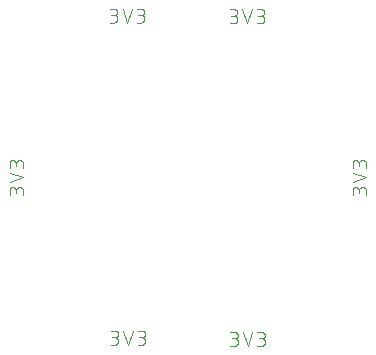
<source format=gbr>
G04 EAGLE Gerber RS-274X export*
G75*
%MOMM*%
%FSLAX34Y34*%
%LPD*%
%INSilkscreen Top*%
%IPPOS*%
%AMOC8*
5,1,8,0,0,1.08239X$1,22.5*%
G01*
%ADD10C,0.101600*%


D10*
X381518Y476726D02*
X384764Y476726D01*
X384877Y476728D01*
X384990Y476734D01*
X385103Y476744D01*
X385216Y476758D01*
X385328Y476775D01*
X385439Y476797D01*
X385549Y476822D01*
X385659Y476852D01*
X385767Y476885D01*
X385874Y476922D01*
X385980Y476962D01*
X386084Y477007D01*
X386187Y477055D01*
X386288Y477106D01*
X386387Y477161D01*
X386484Y477219D01*
X386579Y477281D01*
X386672Y477346D01*
X386762Y477414D01*
X386850Y477485D01*
X386936Y477560D01*
X387019Y477637D01*
X387099Y477717D01*
X387176Y477800D01*
X387251Y477886D01*
X387322Y477974D01*
X387390Y478064D01*
X387455Y478157D01*
X387517Y478252D01*
X387575Y478349D01*
X387630Y478448D01*
X387681Y478549D01*
X387729Y478652D01*
X387774Y478756D01*
X387814Y478862D01*
X387851Y478969D01*
X387884Y479077D01*
X387914Y479187D01*
X387939Y479297D01*
X387961Y479408D01*
X387978Y479520D01*
X387992Y479633D01*
X388002Y479746D01*
X388008Y479859D01*
X388010Y479972D01*
X388008Y480085D01*
X388002Y480198D01*
X387992Y480311D01*
X387978Y480424D01*
X387961Y480536D01*
X387939Y480647D01*
X387914Y480757D01*
X387884Y480867D01*
X387851Y480975D01*
X387814Y481082D01*
X387774Y481188D01*
X387729Y481292D01*
X387681Y481395D01*
X387630Y481496D01*
X387575Y481595D01*
X387517Y481692D01*
X387455Y481787D01*
X387390Y481880D01*
X387322Y481970D01*
X387251Y482058D01*
X387176Y482144D01*
X387099Y482227D01*
X387019Y482307D01*
X386936Y482384D01*
X386850Y482459D01*
X386762Y482530D01*
X386672Y482598D01*
X386579Y482663D01*
X386484Y482725D01*
X386387Y482783D01*
X386288Y482838D01*
X386187Y482889D01*
X386084Y482937D01*
X385980Y482982D01*
X385874Y483022D01*
X385767Y483059D01*
X385659Y483092D01*
X385549Y483122D01*
X385439Y483147D01*
X385328Y483169D01*
X385216Y483186D01*
X385103Y483200D01*
X384990Y483210D01*
X384877Y483216D01*
X384764Y483218D01*
X385413Y488410D02*
X381518Y488410D01*
X385413Y488410D02*
X385514Y488408D01*
X385614Y488402D01*
X385714Y488392D01*
X385814Y488379D01*
X385913Y488361D01*
X386012Y488340D01*
X386109Y488315D01*
X386206Y488286D01*
X386301Y488253D01*
X386395Y488217D01*
X386487Y488177D01*
X386578Y488134D01*
X386667Y488087D01*
X386754Y488037D01*
X386840Y487983D01*
X386923Y487926D01*
X387003Y487866D01*
X387082Y487803D01*
X387158Y487736D01*
X387231Y487667D01*
X387301Y487595D01*
X387369Y487521D01*
X387434Y487444D01*
X387495Y487364D01*
X387554Y487282D01*
X387609Y487198D01*
X387661Y487112D01*
X387710Y487024D01*
X387755Y486934D01*
X387797Y486842D01*
X387835Y486749D01*
X387869Y486654D01*
X387900Y486559D01*
X387927Y486462D01*
X387950Y486364D01*
X387970Y486265D01*
X387985Y486165D01*
X387997Y486065D01*
X388005Y485965D01*
X388009Y485864D01*
X388009Y485764D01*
X388005Y485663D01*
X387997Y485563D01*
X387985Y485463D01*
X387970Y485363D01*
X387950Y485264D01*
X387927Y485166D01*
X387900Y485069D01*
X387869Y484974D01*
X387835Y484879D01*
X387797Y484786D01*
X387755Y484694D01*
X387710Y484604D01*
X387661Y484516D01*
X387609Y484430D01*
X387554Y484346D01*
X387495Y484264D01*
X387434Y484184D01*
X387369Y484107D01*
X387301Y484033D01*
X387231Y483961D01*
X387158Y483892D01*
X387082Y483825D01*
X387003Y483762D01*
X386923Y483702D01*
X386840Y483645D01*
X386754Y483591D01*
X386667Y483541D01*
X386578Y483494D01*
X386487Y483451D01*
X386395Y483411D01*
X386301Y483375D01*
X386206Y483342D01*
X386109Y483313D01*
X386012Y483288D01*
X385913Y483267D01*
X385814Y483249D01*
X385714Y483236D01*
X385614Y483226D01*
X385514Y483220D01*
X385413Y483218D01*
X385413Y483217D02*
X382817Y483217D01*
X392299Y488410D02*
X396194Y476726D01*
X400089Y488410D01*
X404378Y476726D02*
X407624Y476726D01*
X407737Y476728D01*
X407850Y476734D01*
X407963Y476744D01*
X408076Y476758D01*
X408188Y476775D01*
X408299Y476797D01*
X408409Y476822D01*
X408519Y476852D01*
X408627Y476885D01*
X408734Y476922D01*
X408840Y476962D01*
X408944Y477007D01*
X409047Y477055D01*
X409148Y477106D01*
X409247Y477161D01*
X409344Y477219D01*
X409439Y477281D01*
X409532Y477346D01*
X409622Y477414D01*
X409710Y477485D01*
X409796Y477560D01*
X409879Y477637D01*
X409959Y477717D01*
X410036Y477800D01*
X410111Y477886D01*
X410182Y477974D01*
X410250Y478064D01*
X410315Y478157D01*
X410377Y478252D01*
X410435Y478349D01*
X410490Y478448D01*
X410541Y478549D01*
X410589Y478652D01*
X410634Y478756D01*
X410674Y478862D01*
X410711Y478969D01*
X410744Y479077D01*
X410774Y479187D01*
X410799Y479297D01*
X410821Y479408D01*
X410838Y479520D01*
X410852Y479633D01*
X410862Y479746D01*
X410868Y479859D01*
X410870Y479972D01*
X410868Y480085D01*
X410862Y480198D01*
X410852Y480311D01*
X410838Y480424D01*
X410821Y480536D01*
X410799Y480647D01*
X410774Y480757D01*
X410744Y480867D01*
X410711Y480975D01*
X410674Y481082D01*
X410634Y481188D01*
X410589Y481292D01*
X410541Y481395D01*
X410490Y481496D01*
X410435Y481595D01*
X410377Y481692D01*
X410315Y481787D01*
X410250Y481880D01*
X410182Y481970D01*
X410111Y482058D01*
X410036Y482144D01*
X409959Y482227D01*
X409879Y482307D01*
X409796Y482384D01*
X409710Y482459D01*
X409622Y482530D01*
X409532Y482598D01*
X409439Y482663D01*
X409344Y482725D01*
X409247Y482783D01*
X409148Y482838D01*
X409047Y482889D01*
X408944Y482937D01*
X408840Y482982D01*
X408734Y483022D01*
X408627Y483059D01*
X408519Y483092D01*
X408409Y483122D01*
X408299Y483147D01*
X408188Y483169D01*
X408076Y483186D01*
X407963Y483200D01*
X407850Y483210D01*
X407737Y483216D01*
X407624Y483218D01*
X408273Y488410D02*
X404378Y488410D01*
X408273Y488410D02*
X408374Y488408D01*
X408474Y488402D01*
X408574Y488392D01*
X408674Y488379D01*
X408773Y488361D01*
X408872Y488340D01*
X408969Y488315D01*
X409066Y488286D01*
X409161Y488253D01*
X409255Y488217D01*
X409347Y488177D01*
X409438Y488134D01*
X409527Y488087D01*
X409614Y488037D01*
X409700Y487983D01*
X409783Y487926D01*
X409863Y487866D01*
X409942Y487803D01*
X410018Y487736D01*
X410091Y487667D01*
X410161Y487595D01*
X410229Y487521D01*
X410294Y487444D01*
X410355Y487364D01*
X410414Y487282D01*
X410469Y487198D01*
X410521Y487112D01*
X410570Y487024D01*
X410615Y486934D01*
X410657Y486842D01*
X410695Y486749D01*
X410729Y486654D01*
X410760Y486559D01*
X410787Y486462D01*
X410810Y486364D01*
X410830Y486265D01*
X410845Y486165D01*
X410857Y486065D01*
X410865Y485965D01*
X410869Y485864D01*
X410869Y485764D01*
X410865Y485663D01*
X410857Y485563D01*
X410845Y485463D01*
X410830Y485363D01*
X410810Y485264D01*
X410787Y485166D01*
X410760Y485069D01*
X410729Y484974D01*
X410695Y484879D01*
X410657Y484786D01*
X410615Y484694D01*
X410570Y484604D01*
X410521Y484516D01*
X410469Y484430D01*
X410414Y484346D01*
X410355Y484264D01*
X410294Y484184D01*
X410229Y484107D01*
X410161Y484033D01*
X410091Y483961D01*
X410018Y483892D01*
X409942Y483825D01*
X409863Y483762D01*
X409783Y483702D01*
X409700Y483645D01*
X409614Y483591D01*
X409527Y483541D01*
X409438Y483494D01*
X409347Y483451D01*
X409255Y483411D01*
X409161Y483375D01*
X409066Y483342D01*
X408969Y483313D01*
X408872Y483288D01*
X408773Y483267D01*
X408674Y483249D01*
X408574Y483236D01*
X408474Y483226D01*
X408374Y483220D01*
X408273Y483218D01*
X408273Y483217D02*
X405677Y483217D01*
X497242Y334770D02*
X497242Y331524D01*
X497242Y334770D02*
X497240Y334883D01*
X497234Y334996D01*
X497224Y335109D01*
X497210Y335222D01*
X497193Y335334D01*
X497171Y335445D01*
X497146Y335555D01*
X497116Y335665D01*
X497083Y335773D01*
X497046Y335880D01*
X497006Y335986D01*
X496961Y336090D01*
X496913Y336193D01*
X496862Y336294D01*
X496807Y336393D01*
X496749Y336490D01*
X496687Y336585D01*
X496622Y336678D01*
X496554Y336768D01*
X496483Y336856D01*
X496408Y336942D01*
X496331Y337025D01*
X496251Y337105D01*
X496168Y337182D01*
X496082Y337257D01*
X495994Y337328D01*
X495904Y337396D01*
X495811Y337461D01*
X495716Y337523D01*
X495619Y337581D01*
X495520Y337636D01*
X495419Y337687D01*
X495316Y337735D01*
X495212Y337780D01*
X495106Y337820D01*
X494999Y337857D01*
X494891Y337890D01*
X494781Y337920D01*
X494671Y337945D01*
X494560Y337967D01*
X494448Y337984D01*
X494335Y337998D01*
X494222Y338008D01*
X494109Y338014D01*
X493996Y338016D01*
X493883Y338014D01*
X493770Y338008D01*
X493657Y337998D01*
X493544Y337984D01*
X493432Y337967D01*
X493321Y337945D01*
X493211Y337920D01*
X493101Y337890D01*
X492993Y337857D01*
X492886Y337820D01*
X492780Y337780D01*
X492676Y337735D01*
X492573Y337687D01*
X492472Y337636D01*
X492373Y337581D01*
X492276Y337523D01*
X492181Y337461D01*
X492088Y337396D01*
X491998Y337328D01*
X491910Y337257D01*
X491824Y337182D01*
X491741Y337105D01*
X491661Y337025D01*
X491584Y336942D01*
X491509Y336856D01*
X491438Y336768D01*
X491370Y336678D01*
X491305Y336585D01*
X491243Y336490D01*
X491185Y336393D01*
X491130Y336294D01*
X491079Y336193D01*
X491031Y336090D01*
X490986Y335986D01*
X490946Y335880D01*
X490909Y335773D01*
X490876Y335665D01*
X490846Y335555D01*
X490821Y335445D01*
X490799Y335334D01*
X490782Y335222D01*
X490768Y335109D01*
X490758Y334996D01*
X490752Y334883D01*
X490750Y334770D01*
X485558Y335419D02*
X485558Y331524D01*
X485558Y335419D02*
X485560Y335520D01*
X485566Y335620D01*
X485576Y335720D01*
X485589Y335820D01*
X485607Y335919D01*
X485628Y336018D01*
X485653Y336115D01*
X485682Y336212D01*
X485715Y336307D01*
X485751Y336401D01*
X485791Y336493D01*
X485834Y336584D01*
X485881Y336673D01*
X485931Y336760D01*
X485985Y336846D01*
X486042Y336929D01*
X486102Y337009D01*
X486165Y337088D01*
X486232Y337164D01*
X486301Y337237D01*
X486373Y337307D01*
X486447Y337375D01*
X486524Y337440D01*
X486604Y337501D01*
X486686Y337560D01*
X486770Y337615D01*
X486856Y337667D01*
X486944Y337716D01*
X487034Y337761D01*
X487126Y337803D01*
X487219Y337841D01*
X487314Y337875D01*
X487409Y337906D01*
X487506Y337933D01*
X487604Y337956D01*
X487703Y337976D01*
X487803Y337991D01*
X487903Y338003D01*
X488003Y338011D01*
X488104Y338015D01*
X488204Y338015D01*
X488305Y338011D01*
X488405Y338003D01*
X488505Y337991D01*
X488605Y337976D01*
X488704Y337956D01*
X488802Y337933D01*
X488899Y337906D01*
X488994Y337875D01*
X489089Y337841D01*
X489182Y337803D01*
X489274Y337761D01*
X489364Y337716D01*
X489452Y337667D01*
X489538Y337615D01*
X489622Y337560D01*
X489704Y337501D01*
X489784Y337440D01*
X489861Y337375D01*
X489935Y337307D01*
X490007Y337237D01*
X490076Y337164D01*
X490143Y337088D01*
X490206Y337009D01*
X490266Y336929D01*
X490323Y336846D01*
X490377Y336760D01*
X490427Y336673D01*
X490474Y336584D01*
X490517Y336493D01*
X490557Y336401D01*
X490593Y336307D01*
X490626Y336212D01*
X490655Y336115D01*
X490680Y336018D01*
X490701Y335919D01*
X490719Y335820D01*
X490732Y335720D01*
X490742Y335620D01*
X490748Y335520D01*
X490750Y335419D01*
X490751Y335419D02*
X490751Y332823D01*
X485558Y342305D02*
X497242Y346200D01*
X485558Y350095D01*
X497242Y354384D02*
X497242Y357630D01*
X497240Y357743D01*
X497234Y357856D01*
X497224Y357969D01*
X497210Y358082D01*
X497193Y358194D01*
X497171Y358305D01*
X497146Y358415D01*
X497116Y358525D01*
X497083Y358633D01*
X497046Y358740D01*
X497006Y358846D01*
X496961Y358950D01*
X496913Y359053D01*
X496862Y359154D01*
X496807Y359253D01*
X496749Y359350D01*
X496687Y359445D01*
X496622Y359538D01*
X496554Y359628D01*
X496483Y359716D01*
X496408Y359802D01*
X496331Y359885D01*
X496251Y359965D01*
X496168Y360042D01*
X496082Y360117D01*
X495994Y360188D01*
X495904Y360256D01*
X495811Y360321D01*
X495716Y360383D01*
X495619Y360441D01*
X495520Y360496D01*
X495419Y360547D01*
X495316Y360595D01*
X495212Y360640D01*
X495106Y360680D01*
X494999Y360717D01*
X494891Y360750D01*
X494781Y360780D01*
X494671Y360805D01*
X494560Y360827D01*
X494448Y360844D01*
X494335Y360858D01*
X494222Y360868D01*
X494109Y360874D01*
X493996Y360876D01*
X493883Y360874D01*
X493770Y360868D01*
X493657Y360858D01*
X493544Y360844D01*
X493432Y360827D01*
X493321Y360805D01*
X493211Y360780D01*
X493101Y360750D01*
X492993Y360717D01*
X492886Y360680D01*
X492780Y360640D01*
X492676Y360595D01*
X492573Y360547D01*
X492472Y360496D01*
X492373Y360441D01*
X492276Y360383D01*
X492181Y360321D01*
X492088Y360256D01*
X491998Y360188D01*
X491910Y360117D01*
X491824Y360042D01*
X491741Y359965D01*
X491661Y359885D01*
X491584Y359802D01*
X491509Y359716D01*
X491438Y359628D01*
X491370Y359538D01*
X491305Y359445D01*
X491243Y359350D01*
X491185Y359253D01*
X491130Y359154D01*
X491079Y359053D01*
X491031Y358950D01*
X490986Y358846D01*
X490946Y358740D01*
X490909Y358633D01*
X490876Y358525D01*
X490846Y358415D01*
X490821Y358305D01*
X490799Y358194D01*
X490782Y358082D01*
X490768Y357969D01*
X490758Y357856D01*
X490752Y357743D01*
X490750Y357630D01*
X485558Y358279D02*
X485558Y354384D01*
X485558Y358279D02*
X485560Y358380D01*
X485566Y358480D01*
X485576Y358580D01*
X485589Y358680D01*
X485607Y358779D01*
X485628Y358878D01*
X485653Y358975D01*
X485682Y359072D01*
X485715Y359167D01*
X485751Y359261D01*
X485791Y359353D01*
X485834Y359444D01*
X485881Y359533D01*
X485931Y359620D01*
X485985Y359706D01*
X486042Y359789D01*
X486102Y359869D01*
X486165Y359948D01*
X486232Y360024D01*
X486301Y360097D01*
X486373Y360167D01*
X486447Y360235D01*
X486524Y360300D01*
X486604Y360361D01*
X486686Y360420D01*
X486770Y360475D01*
X486856Y360527D01*
X486944Y360576D01*
X487034Y360621D01*
X487126Y360663D01*
X487219Y360701D01*
X487314Y360735D01*
X487409Y360766D01*
X487506Y360793D01*
X487604Y360816D01*
X487703Y360836D01*
X487803Y360851D01*
X487903Y360863D01*
X488003Y360871D01*
X488104Y360875D01*
X488204Y360875D01*
X488305Y360871D01*
X488405Y360863D01*
X488505Y360851D01*
X488605Y360836D01*
X488704Y360816D01*
X488802Y360793D01*
X488899Y360766D01*
X488994Y360735D01*
X489089Y360701D01*
X489182Y360663D01*
X489274Y360621D01*
X489364Y360576D01*
X489452Y360527D01*
X489538Y360475D01*
X489622Y360420D01*
X489704Y360361D01*
X489784Y360300D01*
X489861Y360235D01*
X489935Y360167D01*
X490007Y360097D01*
X490076Y360024D01*
X490143Y359948D01*
X490206Y359869D01*
X490266Y359789D01*
X490323Y359706D01*
X490377Y359620D01*
X490427Y359533D01*
X490474Y359444D01*
X490517Y359353D01*
X490557Y359261D01*
X490593Y359167D01*
X490626Y359072D01*
X490655Y358975D01*
X490680Y358878D01*
X490701Y358779D01*
X490719Y358680D01*
X490732Y358580D01*
X490742Y358480D01*
X490748Y358380D01*
X490750Y358279D01*
X490751Y358279D02*
X490751Y355683D01*
X385272Y203482D02*
X382026Y203482D01*
X385272Y203482D02*
X385385Y203484D01*
X385498Y203490D01*
X385611Y203500D01*
X385724Y203514D01*
X385836Y203531D01*
X385947Y203553D01*
X386057Y203578D01*
X386167Y203608D01*
X386275Y203641D01*
X386382Y203678D01*
X386488Y203718D01*
X386592Y203763D01*
X386695Y203811D01*
X386796Y203862D01*
X386895Y203917D01*
X386992Y203975D01*
X387087Y204037D01*
X387180Y204102D01*
X387270Y204170D01*
X387358Y204241D01*
X387444Y204316D01*
X387527Y204393D01*
X387607Y204473D01*
X387684Y204556D01*
X387759Y204642D01*
X387830Y204730D01*
X387898Y204820D01*
X387963Y204913D01*
X388025Y205008D01*
X388083Y205105D01*
X388138Y205204D01*
X388189Y205305D01*
X388237Y205408D01*
X388282Y205512D01*
X388322Y205618D01*
X388359Y205725D01*
X388392Y205833D01*
X388422Y205943D01*
X388447Y206053D01*
X388469Y206164D01*
X388486Y206276D01*
X388500Y206389D01*
X388510Y206502D01*
X388516Y206615D01*
X388518Y206728D01*
X388516Y206841D01*
X388510Y206954D01*
X388500Y207067D01*
X388486Y207180D01*
X388469Y207292D01*
X388447Y207403D01*
X388422Y207513D01*
X388392Y207623D01*
X388359Y207731D01*
X388322Y207838D01*
X388282Y207944D01*
X388237Y208048D01*
X388189Y208151D01*
X388138Y208252D01*
X388083Y208351D01*
X388025Y208448D01*
X387963Y208543D01*
X387898Y208636D01*
X387830Y208726D01*
X387759Y208814D01*
X387684Y208900D01*
X387607Y208983D01*
X387527Y209063D01*
X387444Y209140D01*
X387358Y209215D01*
X387270Y209286D01*
X387180Y209354D01*
X387087Y209419D01*
X386992Y209481D01*
X386895Y209539D01*
X386796Y209594D01*
X386695Y209645D01*
X386592Y209693D01*
X386488Y209738D01*
X386382Y209778D01*
X386275Y209815D01*
X386167Y209848D01*
X386057Y209878D01*
X385947Y209903D01*
X385836Y209925D01*
X385724Y209942D01*
X385611Y209956D01*
X385498Y209966D01*
X385385Y209972D01*
X385272Y209974D01*
X385921Y215166D02*
X382026Y215166D01*
X385921Y215166D02*
X386022Y215164D01*
X386122Y215158D01*
X386222Y215148D01*
X386322Y215135D01*
X386421Y215117D01*
X386520Y215096D01*
X386617Y215071D01*
X386714Y215042D01*
X386809Y215009D01*
X386903Y214973D01*
X386995Y214933D01*
X387086Y214890D01*
X387175Y214843D01*
X387262Y214793D01*
X387348Y214739D01*
X387431Y214682D01*
X387511Y214622D01*
X387590Y214559D01*
X387666Y214492D01*
X387739Y214423D01*
X387809Y214351D01*
X387877Y214277D01*
X387942Y214200D01*
X388003Y214120D01*
X388062Y214038D01*
X388117Y213954D01*
X388169Y213868D01*
X388218Y213780D01*
X388263Y213690D01*
X388305Y213598D01*
X388343Y213505D01*
X388377Y213410D01*
X388408Y213315D01*
X388435Y213218D01*
X388458Y213120D01*
X388478Y213021D01*
X388493Y212921D01*
X388505Y212821D01*
X388513Y212721D01*
X388517Y212620D01*
X388517Y212520D01*
X388513Y212419D01*
X388505Y212319D01*
X388493Y212219D01*
X388478Y212119D01*
X388458Y212020D01*
X388435Y211922D01*
X388408Y211825D01*
X388377Y211730D01*
X388343Y211635D01*
X388305Y211542D01*
X388263Y211450D01*
X388218Y211360D01*
X388169Y211272D01*
X388117Y211186D01*
X388062Y211102D01*
X388003Y211020D01*
X387942Y210940D01*
X387877Y210863D01*
X387809Y210789D01*
X387739Y210717D01*
X387666Y210648D01*
X387590Y210581D01*
X387511Y210518D01*
X387431Y210458D01*
X387348Y210401D01*
X387262Y210347D01*
X387175Y210297D01*
X387086Y210250D01*
X386995Y210207D01*
X386903Y210167D01*
X386809Y210131D01*
X386714Y210098D01*
X386617Y210069D01*
X386520Y210044D01*
X386421Y210023D01*
X386322Y210005D01*
X386222Y209992D01*
X386122Y209982D01*
X386022Y209976D01*
X385921Y209974D01*
X385921Y209973D02*
X383325Y209973D01*
X392807Y215166D02*
X396702Y203482D01*
X400597Y215166D01*
X404886Y203482D02*
X408132Y203482D01*
X408245Y203484D01*
X408358Y203490D01*
X408471Y203500D01*
X408584Y203514D01*
X408696Y203531D01*
X408807Y203553D01*
X408917Y203578D01*
X409027Y203608D01*
X409135Y203641D01*
X409242Y203678D01*
X409348Y203718D01*
X409452Y203763D01*
X409555Y203811D01*
X409656Y203862D01*
X409755Y203917D01*
X409852Y203975D01*
X409947Y204037D01*
X410040Y204102D01*
X410130Y204170D01*
X410218Y204241D01*
X410304Y204316D01*
X410387Y204393D01*
X410467Y204473D01*
X410544Y204556D01*
X410619Y204642D01*
X410690Y204730D01*
X410758Y204820D01*
X410823Y204913D01*
X410885Y205008D01*
X410943Y205105D01*
X410998Y205204D01*
X411049Y205305D01*
X411097Y205408D01*
X411142Y205512D01*
X411182Y205618D01*
X411219Y205725D01*
X411252Y205833D01*
X411282Y205943D01*
X411307Y206053D01*
X411329Y206164D01*
X411346Y206276D01*
X411360Y206389D01*
X411370Y206502D01*
X411376Y206615D01*
X411378Y206728D01*
X411376Y206841D01*
X411370Y206954D01*
X411360Y207067D01*
X411346Y207180D01*
X411329Y207292D01*
X411307Y207403D01*
X411282Y207513D01*
X411252Y207623D01*
X411219Y207731D01*
X411182Y207838D01*
X411142Y207944D01*
X411097Y208048D01*
X411049Y208151D01*
X410998Y208252D01*
X410943Y208351D01*
X410885Y208448D01*
X410823Y208543D01*
X410758Y208636D01*
X410690Y208726D01*
X410619Y208814D01*
X410544Y208900D01*
X410467Y208983D01*
X410387Y209063D01*
X410304Y209140D01*
X410218Y209215D01*
X410130Y209286D01*
X410040Y209354D01*
X409947Y209419D01*
X409852Y209481D01*
X409755Y209539D01*
X409656Y209594D01*
X409555Y209645D01*
X409452Y209693D01*
X409348Y209738D01*
X409242Y209778D01*
X409135Y209815D01*
X409027Y209848D01*
X408917Y209878D01*
X408807Y209903D01*
X408696Y209925D01*
X408584Y209942D01*
X408471Y209956D01*
X408358Y209966D01*
X408245Y209972D01*
X408132Y209974D01*
X408781Y215166D02*
X404886Y215166D01*
X408781Y215166D02*
X408882Y215164D01*
X408982Y215158D01*
X409082Y215148D01*
X409182Y215135D01*
X409281Y215117D01*
X409380Y215096D01*
X409477Y215071D01*
X409574Y215042D01*
X409669Y215009D01*
X409763Y214973D01*
X409855Y214933D01*
X409946Y214890D01*
X410035Y214843D01*
X410122Y214793D01*
X410208Y214739D01*
X410291Y214682D01*
X410371Y214622D01*
X410450Y214559D01*
X410526Y214492D01*
X410599Y214423D01*
X410669Y214351D01*
X410737Y214277D01*
X410802Y214200D01*
X410863Y214120D01*
X410922Y214038D01*
X410977Y213954D01*
X411029Y213868D01*
X411078Y213780D01*
X411123Y213690D01*
X411165Y213598D01*
X411203Y213505D01*
X411237Y213410D01*
X411268Y213315D01*
X411295Y213218D01*
X411318Y213120D01*
X411338Y213021D01*
X411353Y212921D01*
X411365Y212821D01*
X411373Y212721D01*
X411377Y212620D01*
X411377Y212520D01*
X411373Y212419D01*
X411365Y212319D01*
X411353Y212219D01*
X411338Y212119D01*
X411318Y212020D01*
X411295Y211922D01*
X411268Y211825D01*
X411237Y211730D01*
X411203Y211635D01*
X411165Y211542D01*
X411123Y211450D01*
X411078Y211360D01*
X411029Y211272D01*
X410977Y211186D01*
X410922Y211102D01*
X410863Y211020D01*
X410802Y210940D01*
X410737Y210863D01*
X410669Y210789D01*
X410599Y210717D01*
X410526Y210648D01*
X410450Y210581D01*
X410371Y210518D01*
X410291Y210458D01*
X410208Y210401D01*
X410122Y210347D01*
X410035Y210297D01*
X409946Y210250D01*
X409855Y210207D01*
X409763Y210167D01*
X409669Y210131D01*
X409574Y210098D01*
X409477Y210069D01*
X409380Y210044D01*
X409281Y210023D01*
X409182Y210005D01*
X409082Y209992D01*
X408982Y209982D01*
X408882Y209976D01*
X408781Y209974D01*
X408781Y209973D02*
X406185Y209973D01*
X206842Y331524D02*
X206842Y334770D01*
X206840Y334883D01*
X206834Y334996D01*
X206824Y335109D01*
X206810Y335222D01*
X206793Y335334D01*
X206771Y335445D01*
X206746Y335555D01*
X206716Y335665D01*
X206683Y335773D01*
X206646Y335880D01*
X206606Y335986D01*
X206561Y336090D01*
X206513Y336193D01*
X206462Y336294D01*
X206407Y336393D01*
X206349Y336490D01*
X206287Y336585D01*
X206222Y336678D01*
X206154Y336768D01*
X206083Y336856D01*
X206008Y336942D01*
X205931Y337025D01*
X205851Y337105D01*
X205768Y337182D01*
X205682Y337257D01*
X205594Y337328D01*
X205504Y337396D01*
X205411Y337461D01*
X205316Y337523D01*
X205219Y337581D01*
X205120Y337636D01*
X205019Y337687D01*
X204916Y337735D01*
X204812Y337780D01*
X204706Y337820D01*
X204599Y337857D01*
X204491Y337890D01*
X204381Y337920D01*
X204271Y337945D01*
X204160Y337967D01*
X204048Y337984D01*
X203935Y337998D01*
X203822Y338008D01*
X203709Y338014D01*
X203596Y338016D01*
X203483Y338014D01*
X203370Y338008D01*
X203257Y337998D01*
X203144Y337984D01*
X203032Y337967D01*
X202921Y337945D01*
X202811Y337920D01*
X202701Y337890D01*
X202593Y337857D01*
X202486Y337820D01*
X202380Y337780D01*
X202276Y337735D01*
X202173Y337687D01*
X202072Y337636D01*
X201973Y337581D01*
X201876Y337523D01*
X201781Y337461D01*
X201688Y337396D01*
X201598Y337328D01*
X201510Y337257D01*
X201424Y337182D01*
X201341Y337105D01*
X201261Y337025D01*
X201184Y336942D01*
X201109Y336856D01*
X201038Y336768D01*
X200970Y336678D01*
X200905Y336585D01*
X200843Y336490D01*
X200785Y336393D01*
X200730Y336294D01*
X200679Y336193D01*
X200631Y336090D01*
X200586Y335986D01*
X200546Y335880D01*
X200509Y335773D01*
X200476Y335665D01*
X200446Y335555D01*
X200421Y335445D01*
X200399Y335334D01*
X200382Y335222D01*
X200368Y335109D01*
X200358Y334996D01*
X200352Y334883D01*
X200350Y334770D01*
X195158Y335419D02*
X195158Y331524D01*
X195158Y335419D02*
X195160Y335520D01*
X195166Y335620D01*
X195176Y335720D01*
X195189Y335820D01*
X195207Y335919D01*
X195228Y336018D01*
X195253Y336115D01*
X195282Y336212D01*
X195315Y336307D01*
X195351Y336401D01*
X195391Y336493D01*
X195434Y336584D01*
X195481Y336673D01*
X195531Y336760D01*
X195585Y336846D01*
X195642Y336929D01*
X195702Y337009D01*
X195765Y337088D01*
X195832Y337164D01*
X195901Y337237D01*
X195973Y337307D01*
X196047Y337375D01*
X196124Y337440D01*
X196204Y337501D01*
X196286Y337560D01*
X196370Y337615D01*
X196456Y337667D01*
X196544Y337716D01*
X196634Y337761D01*
X196726Y337803D01*
X196819Y337841D01*
X196914Y337875D01*
X197009Y337906D01*
X197106Y337933D01*
X197204Y337956D01*
X197303Y337976D01*
X197403Y337991D01*
X197503Y338003D01*
X197603Y338011D01*
X197704Y338015D01*
X197804Y338015D01*
X197905Y338011D01*
X198005Y338003D01*
X198105Y337991D01*
X198205Y337976D01*
X198304Y337956D01*
X198402Y337933D01*
X198499Y337906D01*
X198594Y337875D01*
X198689Y337841D01*
X198782Y337803D01*
X198874Y337761D01*
X198964Y337716D01*
X199052Y337667D01*
X199138Y337615D01*
X199222Y337560D01*
X199304Y337501D01*
X199384Y337440D01*
X199461Y337375D01*
X199535Y337307D01*
X199607Y337237D01*
X199676Y337164D01*
X199743Y337088D01*
X199806Y337009D01*
X199866Y336929D01*
X199923Y336846D01*
X199977Y336760D01*
X200027Y336673D01*
X200074Y336584D01*
X200117Y336493D01*
X200157Y336401D01*
X200193Y336307D01*
X200226Y336212D01*
X200255Y336115D01*
X200280Y336018D01*
X200301Y335919D01*
X200319Y335820D01*
X200332Y335720D01*
X200342Y335620D01*
X200348Y335520D01*
X200350Y335419D01*
X200351Y335419D02*
X200351Y332823D01*
X195158Y342305D02*
X206842Y346200D01*
X195158Y350095D01*
X206842Y354384D02*
X206842Y357630D01*
X206840Y357743D01*
X206834Y357856D01*
X206824Y357969D01*
X206810Y358082D01*
X206793Y358194D01*
X206771Y358305D01*
X206746Y358415D01*
X206716Y358525D01*
X206683Y358633D01*
X206646Y358740D01*
X206606Y358846D01*
X206561Y358950D01*
X206513Y359053D01*
X206462Y359154D01*
X206407Y359253D01*
X206349Y359350D01*
X206287Y359445D01*
X206222Y359538D01*
X206154Y359628D01*
X206083Y359716D01*
X206008Y359802D01*
X205931Y359885D01*
X205851Y359965D01*
X205768Y360042D01*
X205682Y360117D01*
X205594Y360188D01*
X205504Y360256D01*
X205411Y360321D01*
X205316Y360383D01*
X205219Y360441D01*
X205120Y360496D01*
X205019Y360547D01*
X204916Y360595D01*
X204812Y360640D01*
X204706Y360680D01*
X204599Y360717D01*
X204491Y360750D01*
X204381Y360780D01*
X204271Y360805D01*
X204160Y360827D01*
X204048Y360844D01*
X203935Y360858D01*
X203822Y360868D01*
X203709Y360874D01*
X203596Y360876D01*
X203483Y360874D01*
X203370Y360868D01*
X203257Y360858D01*
X203144Y360844D01*
X203032Y360827D01*
X202921Y360805D01*
X202811Y360780D01*
X202701Y360750D01*
X202593Y360717D01*
X202486Y360680D01*
X202380Y360640D01*
X202276Y360595D01*
X202173Y360547D01*
X202072Y360496D01*
X201973Y360441D01*
X201876Y360383D01*
X201781Y360321D01*
X201688Y360256D01*
X201598Y360188D01*
X201510Y360117D01*
X201424Y360042D01*
X201341Y359965D01*
X201261Y359885D01*
X201184Y359802D01*
X201109Y359716D01*
X201038Y359628D01*
X200970Y359538D01*
X200905Y359445D01*
X200843Y359350D01*
X200785Y359253D01*
X200730Y359154D01*
X200679Y359053D01*
X200631Y358950D01*
X200586Y358846D01*
X200546Y358740D01*
X200509Y358633D01*
X200476Y358525D01*
X200446Y358415D01*
X200421Y358305D01*
X200399Y358194D01*
X200382Y358082D01*
X200368Y357969D01*
X200358Y357856D01*
X200352Y357743D01*
X200350Y357630D01*
X195158Y358279D02*
X195158Y354384D01*
X195158Y358279D02*
X195160Y358380D01*
X195166Y358480D01*
X195176Y358580D01*
X195189Y358680D01*
X195207Y358779D01*
X195228Y358878D01*
X195253Y358975D01*
X195282Y359072D01*
X195315Y359167D01*
X195351Y359261D01*
X195391Y359353D01*
X195434Y359444D01*
X195481Y359533D01*
X195531Y359620D01*
X195585Y359706D01*
X195642Y359789D01*
X195702Y359869D01*
X195765Y359948D01*
X195832Y360024D01*
X195901Y360097D01*
X195973Y360167D01*
X196047Y360235D01*
X196124Y360300D01*
X196204Y360361D01*
X196286Y360420D01*
X196370Y360475D01*
X196456Y360527D01*
X196544Y360576D01*
X196634Y360621D01*
X196726Y360663D01*
X196819Y360701D01*
X196914Y360735D01*
X197009Y360766D01*
X197106Y360793D01*
X197204Y360816D01*
X197303Y360836D01*
X197403Y360851D01*
X197503Y360863D01*
X197603Y360871D01*
X197704Y360875D01*
X197804Y360875D01*
X197905Y360871D01*
X198005Y360863D01*
X198105Y360851D01*
X198205Y360836D01*
X198304Y360816D01*
X198402Y360793D01*
X198499Y360766D01*
X198594Y360735D01*
X198689Y360701D01*
X198782Y360663D01*
X198874Y360621D01*
X198964Y360576D01*
X199052Y360527D01*
X199138Y360475D01*
X199222Y360420D01*
X199304Y360361D01*
X199384Y360300D01*
X199461Y360235D01*
X199535Y360167D01*
X199607Y360097D01*
X199676Y360024D01*
X199743Y359948D01*
X199806Y359869D01*
X199866Y359789D01*
X199923Y359706D01*
X199977Y359620D01*
X200027Y359533D01*
X200074Y359444D01*
X200117Y359353D01*
X200157Y359261D01*
X200193Y359167D01*
X200226Y359072D01*
X200255Y358975D01*
X200280Y358878D01*
X200301Y358779D01*
X200319Y358680D01*
X200332Y358580D01*
X200342Y358480D01*
X200348Y358380D01*
X200350Y358279D01*
X200351Y358279D02*
X200351Y355683D01*
X280006Y477234D02*
X283252Y477234D01*
X283365Y477236D01*
X283478Y477242D01*
X283591Y477252D01*
X283704Y477266D01*
X283816Y477283D01*
X283927Y477305D01*
X284037Y477330D01*
X284147Y477360D01*
X284255Y477393D01*
X284362Y477430D01*
X284468Y477470D01*
X284572Y477515D01*
X284675Y477563D01*
X284776Y477614D01*
X284875Y477669D01*
X284972Y477727D01*
X285067Y477789D01*
X285160Y477854D01*
X285250Y477922D01*
X285338Y477993D01*
X285424Y478068D01*
X285507Y478145D01*
X285587Y478225D01*
X285664Y478308D01*
X285739Y478394D01*
X285810Y478482D01*
X285878Y478572D01*
X285943Y478665D01*
X286005Y478760D01*
X286063Y478857D01*
X286118Y478956D01*
X286169Y479057D01*
X286217Y479160D01*
X286262Y479264D01*
X286302Y479370D01*
X286339Y479477D01*
X286372Y479585D01*
X286402Y479695D01*
X286427Y479805D01*
X286449Y479916D01*
X286466Y480028D01*
X286480Y480141D01*
X286490Y480254D01*
X286496Y480367D01*
X286498Y480480D01*
X286496Y480593D01*
X286490Y480706D01*
X286480Y480819D01*
X286466Y480932D01*
X286449Y481044D01*
X286427Y481155D01*
X286402Y481265D01*
X286372Y481375D01*
X286339Y481483D01*
X286302Y481590D01*
X286262Y481696D01*
X286217Y481800D01*
X286169Y481903D01*
X286118Y482004D01*
X286063Y482103D01*
X286005Y482200D01*
X285943Y482295D01*
X285878Y482388D01*
X285810Y482478D01*
X285739Y482566D01*
X285664Y482652D01*
X285587Y482735D01*
X285507Y482815D01*
X285424Y482892D01*
X285338Y482967D01*
X285250Y483038D01*
X285160Y483106D01*
X285067Y483171D01*
X284972Y483233D01*
X284875Y483291D01*
X284776Y483346D01*
X284675Y483397D01*
X284572Y483445D01*
X284468Y483490D01*
X284362Y483530D01*
X284255Y483567D01*
X284147Y483600D01*
X284037Y483630D01*
X283927Y483655D01*
X283816Y483677D01*
X283704Y483694D01*
X283591Y483708D01*
X283478Y483718D01*
X283365Y483724D01*
X283252Y483726D01*
X283901Y488918D02*
X280006Y488918D01*
X283901Y488918D02*
X284002Y488916D01*
X284102Y488910D01*
X284202Y488900D01*
X284302Y488887D01*
X284401Y488869D01*
X284500Y488848D01*
X284597Y488823D01*
X284694Y488794D01*
X284789Y488761D01*
X284883Y488725D01*
X284975Y488685D01*
X285066Y488642D01*
X285155Y488595D01*
X285242Y488545D01*
X285328Y488491D01*
X285411Y488434D01*
X285491Y488374D01*
X285570Y488311D01*
X285646Y488244D01*
X285719Y488175D01*
X285789Y488103D01*
X285857Y488029D01*
X285922Y487952D01*
X285983Y487872D01*
X286042Y487790D01*
X286097Y487706D01*
X286149Y487620D01*
X286198Y487532D01*
X286243Y487442D01*
X286285Y487350D01*
X286323Y487257D01*
X286357Y487162D01*
X286388Y487067D01*
X286415Y486970D01*
X286438Y486872D01*
X286458Y486773D01*
X286473Y486673D01*
X286485Y486573D01*
X286493Y486473D01*
X286497Y486372D01*
X286497Y486272D01*
X286493Y486171D01*
X286485Y486071D01*
X286473Y485971D01*
X286458Y485871D01*
X286438Y485772D01*
X286415Y485674D01*
X286388Y485577D01*
X286357Y485482D01*
X286323Y485387D01*
X286285Y485294D01*
X286243Y485202D01*
X286198Y485112D01*
X286149Y485024D01*
X286097Y484938D01*
X286042Y484854D01*
X285983Y484772D01*
X285922Y484692D01*
X285857Y484615D01*
X285789Y484541D01*
X285719Y484469D01*
X285646Y484400D01*
X285570Y484333D01*
X285491Y484270D01*
X285411Y484210D01*
X285328Y484153D01*
X285242Y484099D01*
X285155Y484049D01*
X285066Y484002D01*
X284975Y483959D01*
X284883Y483919D01*
X284789Y483883D01*
X284694Y483850D01*
X284597Y483821D01*
X284500Y483796D01*
X284401Y483775D01*
X284302Y483757D01*
X284202Y483744D01*
X284102Y483734D01*
X284002Y483728D01*
X283901Y483726D01*
X283901Y483725D02*
X281305Y483725D01*
X290787Y488918D02*
X294682Y477234D01*
X298577Y488918D01*
X302866Y477234D02*
X306112Y477234D01*
X306225Y477236D01*
X306338Y477242D01*
X306451Y477252D01*
X306564Y477266D01*
X306676Y477283D01*
X306787Y477305D01*
X306897Y477330D01*
X307007Y477360D01*
X307115Y477393D01*
X307222Y477430D01*
X307328Y477470D01*
X307432Y477515D01*
X307535Y477563D01*
X307636Y477614D01*
X307735Y477669D01*
X307832Y477727D01*
X307927Y477789D01*
X308020Y477854D01*
X308110Y477922D01*
X308198Y477993D01*
X308284Y478068D01*
X308367Y478145D01*
X308447Y478225D01*
X308524Y478308D01*
X308599Y478394D01*
X308670Y478482D01*
X308738Y478572D01*
X308803Y478665D01*
X308865Y478760D01*
X308923Y478857D01*
X308978Y478956D01*
X309029Y479057D01*
X309077Y479160D01*
X309122Y479264D01*
X309162Y479370D01*
X309199Y479477D01*
X309232Y479585D01*
X309262Y479695D01*
X309287Y479805D01*
X309309Y479916D01*
X309326Y480028D01*
X309340Y480141D01*
X309350Y480254D01*
X309356Y480367D01*
X309358Y480480D01*
X309356Y480593D01*
X309350Y480706D01*
X309340Y480819D01*
X309326Y480932D01*
X309309Y481044D01*
X309287Y481155D01*
X309262Y481265D01*
X309232Y481375D01*
X309199Y481483D01*
X309162Y481590D01*
X309122Y481696D01*
X309077Y481800D01*
X309029Y481903D01*
X308978Y482004D01*
X308923Y482103D01*
X308865Y482200D01*
X308803Y482295D01*
X308738Y482388D01*
X308670Y482478D01*
X308599Y482566D01*
X308524Y482652D01*
X308447Y482735D01*
X308367Y482815D01*
X308284Y482892D01*
X308198Y482967D01*
X308110Y483038D01*
X308020Y483106D01*
X307927Y483171D01*
X307832Y483233D01*
X307735Y483291D01*
X307636Y483346D01*
X307535Y483397D01*
X307432Y483445D01*
X307328Y483490D01*
X307222Y483530D01*
X307115Y483567D01*
X307007Y483600D01*
X306897Y483630D01*
X306787Y483655D01*
X306676Y483677D01*
X306564Y483694D01*
X306451Y483708D01*
X306338Y483718D01*
X306225Y483724D01*
X306112Y483726D01*
X306761Y488918D02*
X302866Y488918D01*
X306761Y488918D02*
X306862Y488916D01*
X306962Y488910D01*
X307062Y488900D01*
X307162Y488887D01*
X307261Y488869D01*
X307360Y488848D01*
X307457Y488823D01*
X307554Y488794D01*
X307649Y488761D01*
X307743Y488725D01*
X307835Y488685D01*
X307926Y488642D01*
X308015Y488595D01*
X308102Y488545D01*
X308188Y488491D01*
X308271Y488434D01*
X308351Y488374D01*
X308430Y488311D01*
X308506Y488244D01*
X308579Y488175D01*
X308649Y488103D01*
X308717Y488029D01*
X308782Y487952D01*
X308843Y487872D01*
X308902Y487790D01*
X308957Y487706D01*
X309009Y487620D01*
X309058Y487532D01*
X309103Y487442D01*
X309145Y487350D01*
X309183Y487257D01*
X309217Y487162D01*
X309248Y487067D01*
X309275Y486970D01*
X309298Y486872D01*
X309318Y486773D01*
X309333Y486673D01*
X309345Y486573D01*
X309353Y486473D01*
X309357Y486372D01*
X309357Y486272D01*
X309353Y486171D01*
X309345Y486071D01*
X309333Y485971D01*
X309318Y485871D01*
X309298Y485772D01*
X309275Y485674D01*
X309248Y485577D01*
X309217Y485482D01*
X309183Y485387D01*
X309145Y485294D01*
X309103Y485202D01*
X309058Y485112D01*
X309009Y485024D01*
X308957Y484938D01*
X308902Y484854D01*
X308843Y484772D01*
X308782Y484692D01*
X308717Y484615D01*
X308649Y484541D01*
X308579Y484469D01*
X308506Y484400D01*
X308430Y484333D01*
X308351Y484270D01*
X308271Y484210D01*
X308188Y484153D01*
X308102Y484099D01*
X308015Y484049D01*
X307926Y484002D01*
X307835Y483959D01*
X307743Y483919D01*
X307649Y483883D01*
X307554Y483850D01*
X307457Y483821D01*
X307360Y483796D01*
X307261Y483775D01*
X307162Y483757D01*
X307062Y483744D01*
X306962Y483734D01*
X306862Y483728D01*
X306761Y483726D01*
X306761Y483725D02*
X304165Y483725D01*
X283926Y204438D02*
X280680Y204438D01*
X283926Y204438D02*
X284039Y204440D01*
X284152Y204446D01*
X284265Y204456D01*
X284378Y204470D01*
X284490Y204487D01*
X284601Y204509D01*
X284711Y204534D01*
X284821Y204564D01*
X284929Y204597D01*
X285036Y204634D01*
X285142Y204674D01*
X285246Y204719D01*
X285349Y204767D01*
X285450Y204818D01*
X285549Y204873D01*
X285646Y204931D01*
X285741Y204993D01*
X285834Y205058D01*
X285924Y205126D01*
X286012Y205197D01*
X286098Y205272D01*
X286181Y205349D01*
X286261Y205429D01*
X286338Y205512D01*
X286413Y205598D01*
X286484Y205686D01*
X286552Y205776D01*
X286617Y205869D01*
X286679Y205964D01*
X286737Y206061D01*
X286792Y206160D01*
X286843Y206261D01*
X286891Y206364D01*
X286936Y206468D01*
X286976Y206574D01*
X287013Y206681D01*
X287046Y206789D01*
X287076Y206899D01*
X287101Y207009D01*
X287123Y207120D01*
X287140Y207232D01*
X287154Y207345D01*
X287164Y207458D01*
X287170Y207571D01*
X287172Y207684D01*
X287170Y207797D01*
X287164Y207910D01*
X287154Y208023D01*
X287140Y208136D01*
X287123Y208248D01*
X287101Y208359D01*
X287076Y208469D01*
X287046Y208579D01*
X287013Y208687D01*
X286976Y208794D01*
X286936Y208900D01*
X286891Y209004D01*
X286843Y209107D01*
X286792Y209208D01*
X286737Y209307D01*
X286679Y209404D01*
X286617Y209499D01*
X286552Y209592D01*
X286484Y209682D01*
X286413Y209770D01*
X286338Y209856D01*
X286261Y209939D01*
X286181Y210019D01*
X286098Y210096D01*
X286012Y210171D01*
X285924Y210242D01*
X285834Y210310D01*
X285741Y210375D01*
X285646Y210437D01*
X285549Y210495D01*
X285450Y210550D01*
X285349Y210601D01*
X285246Y210649D01*
X285142Y210694D01*
X285036Y210734D01*
X284929Y210771D01*
X284821Y210804D01*
X284711Y210834D01*
X284601Y210859D01*
X284490Y210881D01*
X284378Y210898D01*
X284265Y210912D01*
X284152Y210922D01*
X284039Y210928D01*
X283926Y210930D01*
X284575Y216122D02*
X280680Y216122D01*
X284575Y216122D02*
X284676Y216120D01*
X284776Y216114D01*
X284876Y216104D01*
X284976Y216091D01*
X285075Y216073D01*
X285174Y216052D01*
X285271Y216027D01*
X285368Y215998D01*
X285463Y215965D01*
X285557Y215929D01*
X285649Y215889D01*
X285740Y215846D01*
X285829Y215799D01*
X285916Y215749D01*
X286002Y215695D01*
X286085Y215638D01*
X286165Y215578D01*
X286244Y215515D01*
X286320Y215448D01*
X286393Y215379D01*
X286463Y215307D01*
X286531Y215233D01*
X286596Y215156D01*
X286657Y215076D01*
X286716Y214994D01*
X286771Y214910D01*
X286823Y214824D01*
X286872Y214736D01*
X286917Y214646D01*
X286959Y214554D01*
X286997Y214461D01*
X287031Y214366D01*
X287062Y214271D01*
X287089Y214174D01*
X287112Y214076D01*
X287132Y213977D01*
X287147Y213877D01*
X287159Y213777D01*
X287167Y213677D01*
X287171Y213576D01*
X287171Y213476D01*
X287167Y213375D01*
X287159Y213275D01*
X287147Y213175D01*
X287132Y213075D01*
X287112Y212976D01*
X287089Y212878D01*
X287062Y212781D01*
X287031Y212686D01*
X286997Y212591D01*
X286959Y212498D01*
X286917Y212406D01*
X286872Y212316D01*
X286823Y212228D01*
X286771Y212142D01*
X286716Y212058D01*
X286657Y211976D01*
X286596Y211896D01*
X286531Y211819D01*
X286463Y211745D01*
X286393Y211673D01*
X286320Y211604D01*
X286244Y211537D01*
X286165Y211474D01*
X286085Y211414D01*
X286002Y211357D01*
X285916Y211303D01*
X285829Y211253D01*
X285740Y211206D01*
X285649Y211163D01*
X285557Y211123D01*
X285463Y211087D01*
X285368Y211054D01*
X285271Y211025D01*
X285174Y211000D01*
X285075Y210979D01*
X284976Y210961D01*
X284876Y210948D01*
X284776Y210938D01*
X284676Y210932D01*
X284575Y210930D01*
X284575Y210929D02*
X281979Y210929D01*
X291461Y216122D02*
X295356Y204438D01*
X299251Y216122D01*
X303540Y204438D02*
X306786Y204438D01*
X306899Y204440D01*
X307012Y204446D01*
X307125Y204456D01*
X307238Y204470D01*
X307350Y204487D01*
X307461Y204509D01*
X307571Y204534D01*
X307681Y204564D01*
X307789Y204597D01*
X307896Y204634D01*
X308002Y204674D01*
X308106Y204719D01*
X308209Y204767D01*
X308310Y204818D01*
X308409Y204873D01*
X308506Y204931D01*
X308601Y204993D01*
X308694Y205058D01*
X308784Y205126D01*
X308872Y205197D01*
X308958Y205272D01*
X309041Y205349D01*
X309121Y205429D01*
X309198Y205512D01*
X309273Y205598D01*
X309344Y205686D01*
X309412Y205776D01*
X309477Y205869D01*
X309539Y205964D01*
X309597Y206061D01*
X309652Y206160D01*
X309703Y206261D01*
X309751Y206364D01*
X309796Y206468D01*
X309836Y206574D01*
X309873Y206681D01*
X309906Y206789D01*
X309936Y206899D01*
X309961Y207009D01*
X309983Y207120D01*
X310000Y207232D01*
X310014Y207345D01*
X310024Y207458D01*
X310030Y207571D01*
X310032Y207684D01*
X310030Y207797D01*
X310024Y207910D01*
X310014Y208023D01*
X310000Y208136D01*
X309983Y208248D01*
X309961Y208359D01*
X309936Y208469D01*
X309906Y208579D01*
X309873Y208687D01*
X309836Y208794D01*
X309796Y208900D01*
X309751Y209004D01*
X309703Y209107D01*
X309652Y209208D01*
X309597Y209307D01*
X309539Y209404D01*
X309477Y209499D01*
X309412Y209592D01*
X309344Y209682D01*
X309273Y209770D01*
X309198Y209856D01*
X309121Y209939D01*
X309041Y210019D01*
X308958Y210096D01*
X308872Y210171D01*
X308784Y210242D01*
X308694Y210310D01*
X308601Y210375D01*
X308506Y210437D01*
X308409Y210495D01*
X308310Y210550D01*
X308209Y210601D01*
X308106Y210649D01*
X308002Y210694D01*
X307896Y210734D01*
X307789Y210771D01*
X307681Y210804D01*
X307571Y210834D01*
X307461Y210859D01*
X307350Y210881D01*
X307238Y210898D01*
X307125Y210912D01*
X307012Y210922D01*
X306899Y210928D01*
X306786Y210930D01*
X307435Y216122D02*
X303540Y216122D01*
X307435Y216122D02*
X307536Y216120D01*
X307636Y216114D01*
X307736Y216104D01*
X307836Y216091D01*
X307935Y216073D01*
X308034Y216052D01*
X308131Y216027D01*
X308228Y215998D01*
X308323Y215965D01*
X308417Y215929D01*
X308509Y215889D01*
X308600Y215846D01*
X308689Y215799D01*
X308776Y215749D01*
X308862Y215695D01*
X308945Y215638D01*
X309025Y215578D01*
X309104Y215515D01*
X309180Y215448D01*
X309253Y215379D01*
X309323Y215307D01*
X309391Y215233D01*
X309456Y215156D01*
X309517Y215076D01*
X309576Y214994D01*
X309631Y214910D01*
X309683Y214824D01*
X309732Y214736D01*
X309777Y214646D01*
X309819Y214554D01*
X309857Y214461D01*
X309891Y214366D01*
X309922Y214271D01*
X309949Y214174D01*
X309972Y214076D01*
X309992Y213977D01*
X310007Y213877D01*
X310019Y213777D01*
X310027Y213677D01*
X310031Y213576D01*
X310031Y213476D01*
X310027Y213375D01*
X310019Y213275D01*
X310007Y213175D01*
X309992Y213075D01*
X309972Y212976D01*
X309949Y212878D01*
X309922Y212781D01*
X309891Y212686D01*
X309857Y212591D01*
X309819Y212498D01*
X309777Y212406D01*
X309732Y212316D01*
X309683Y212228D01*
X309631Y212142D01*
X309576Y212058D01*
X309517Y211976D01*
X309456Y211896D01*
X309391Y211819D01*
X309323Y211745D01*
X309253Y211673D01*
X309180Y211604D01*
X309104Y211537D01*
X309025Y211474D01*
X308945Y211414D01*
X308862Y211357D01*
X308776Y211303D01*
X308689Y211253D01*
X308600Y211206D01*
X308509Y211163D01*
X308417Y211123D01*
X308323Y211087D01*
X308228Y211054D01*
X308131Y211025D01*
X308034Y211000D01*
X307935Y210979D01*
X307836Y210961D01*
X307736Y210948D01*
X307636Y210938D01*
X307536Y210932D01*
X307435Y210930D01*
X307435Y210929D02*
X304839Y210929D01*
M02*

</source>
